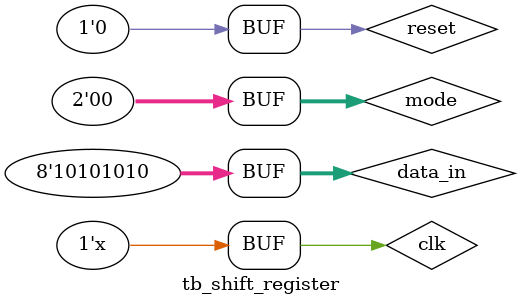
<source format=sv>
`timescale 1ns / 1ns

module tb_shift_register();

    reg clk;
    reg reset;
    reg [1:0] mode;
    reg [7:0] data_in;
    wire [7:0] data_out;

    // Instantiate the DUT (Device Under Test)
    shift_register uut (
        .clk(clk),
        .reset(reset),
        .mode(mode),
        .data_in(data_in),
        .data_out(data_out)
    );

    // Generate Clock: 10ns period
    always #5 clk = ~clk;

    initial begin
        // Initialize
        clk = 0;
        reset = 0;
        mode = 2'b00;
        data_in = 8'b00000000;

        // Apply Reset
        reset = 1; #10;
        reset = 0; #10;

        // Parallel Load
        mode = 2'b01;
        data_in = 8'b10101010;
        #10;

        // Shift Left
        mode = 2'b10;
        repeat(3) #10;

        // Shift Right
        mode = 2'b11;
        repeat(3) #10;

        // Apply Reset again
        mode = 2'b00;
        #10;

    end


endmodule


</source>
